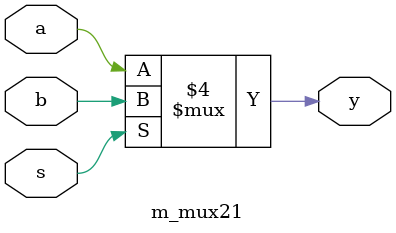
<source format=v>
module m_mux21 (a,b,s,y);
    input a,b,s;
    output reg y;

    always @(*) begin
        if(s==0)
            y=a;
        else
            y=b;
    end
endmodule

</source>
